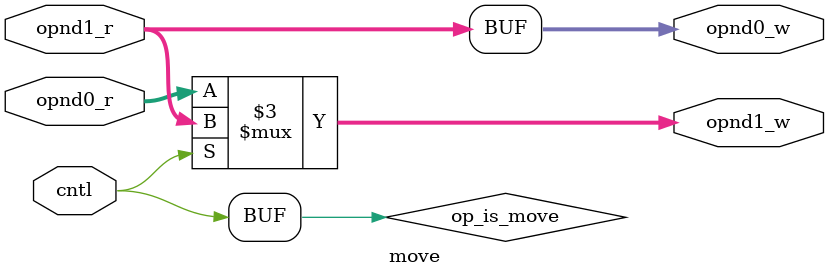
<source format=v>
`include "defines.v"
`include "codegen/commands.gen.v"

module move(
  // Inputs.
  input cntl,
  input [31:0] opnd0_r,
  input [31:0] opnd1_r,

  // Outputs.
  output [31:0] opnd0_w,
  output [31:0] opnd1_w
);

wire op_is_move = cntl;
wire op_is_swap = ~op_is_move;

// Move or swap, we always perform SRC -> DST.
assign opnd0_w = op_is_move ? opnd1_r : opnd1_r;

// For swaps, we also perform the second half.
assign opnd1_w = op_is_swap ? opnd0_r : opnd1_r;

endmodule

</source>
